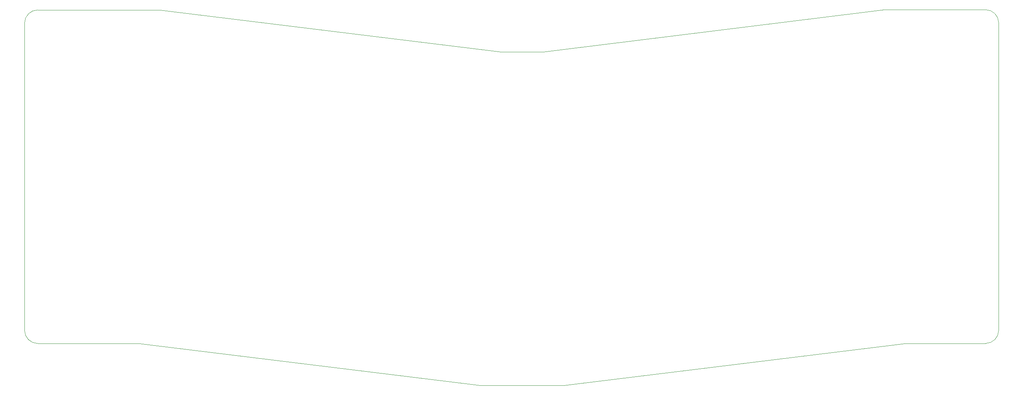
<source format=gm1>
%TF.GenerationSoftware,KiCad,Pcbnew,7.0.6*%
%TF.CreationDate,2023-07-31T17:00:50-04:00*%
%TF.ProjectId,Birdie,42697264-6965-42e6-9b69-6361645f7063,rev?*%
%TF.SameCoordinates,Original*%
%TF.FileFunction,Profile,NP*%
%FSLAX46Y46*%
G04 Gerber Fmt 4.6, Leading zero omitted, Abs format (unit mm)*
G04 Created by KiCad (PCBNEW 7.0.6) date 2023-07-31 17:00:50*
%MOMM*%
%LPD*%
G01*
G04 APERTURE LIST*
%TA.AperFunction,Profile*%
%ADD10C,0.100000*%
%TD*%
G04 APERTURE END LIST*
D10*
X229198051Y-26826703D02*
X252391798Y-26826704D01*
X252391800Y-103093557D02*
G75*
G03*
X255391802Y-100093545I-5J3000007D01*
G01*
X35725764Y-103093545D02*
X58919514Y-103093545D01*
X35725764Y-26893545D02*
X63682013Y-26893546D01*
X151202535Y-36470193D02*
X229198051Y-26826703D01*
X255391800Y-29826705D02*
X255391802Y-100093545D01*
X35725764Y-26893524D02*
G75*
G03*
X32725768Y-29893545I30J-3000026D01*
G01*
X141677534Y-36470190D02*
X151202534Y-36470189D01*
X155965034Y-112670191D02*
X233960548Y-103093544D01*
X141677534Y-36470190D02*
X63682013Y-26893546D01*
X252391800Y-103093544D02*
X233960548Y-103093544D01*
X32725700Y-100093542D02*
G75*
G03*
X35725764Y-103093545I2999995J-8D01*
G01*
X136915030Y-112670190D02*
X58919514Y-103093545D01*
X32725768Y-29893545D02*
X32725765Y-100093543D01*
X255391742Y-29826705D02*
G75*
G03*
X252391798Y-26826704I-2999947J54D01*
G01*
X136915030Y-112670190D02*
X155965034Y-112670191D01*
M02*

</source>
